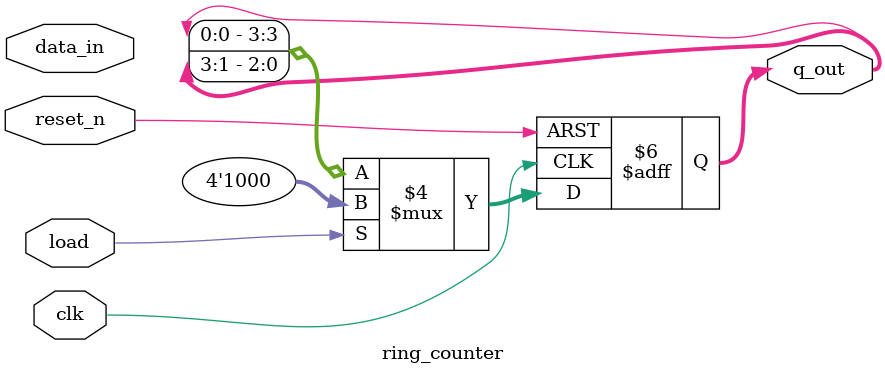
<source format=v>
`timescale 1ns / 1ps


module ring_counter(
    input [3:0] data_in,
    input load,
    input reset_n,
    input clk,
    output reg [3:0] q_out
    );
    
    always @(posedge clk, negedge reset_n)
        begin
            if(~reset_n)
                q_out <= 4'b0000;
            else
            begin
                if(load)
                    q_out <= 4'b1000;
                else
                    q_out <= {q_out[0],q_out[3:1]};
            end
         end
endmodule

</source>
